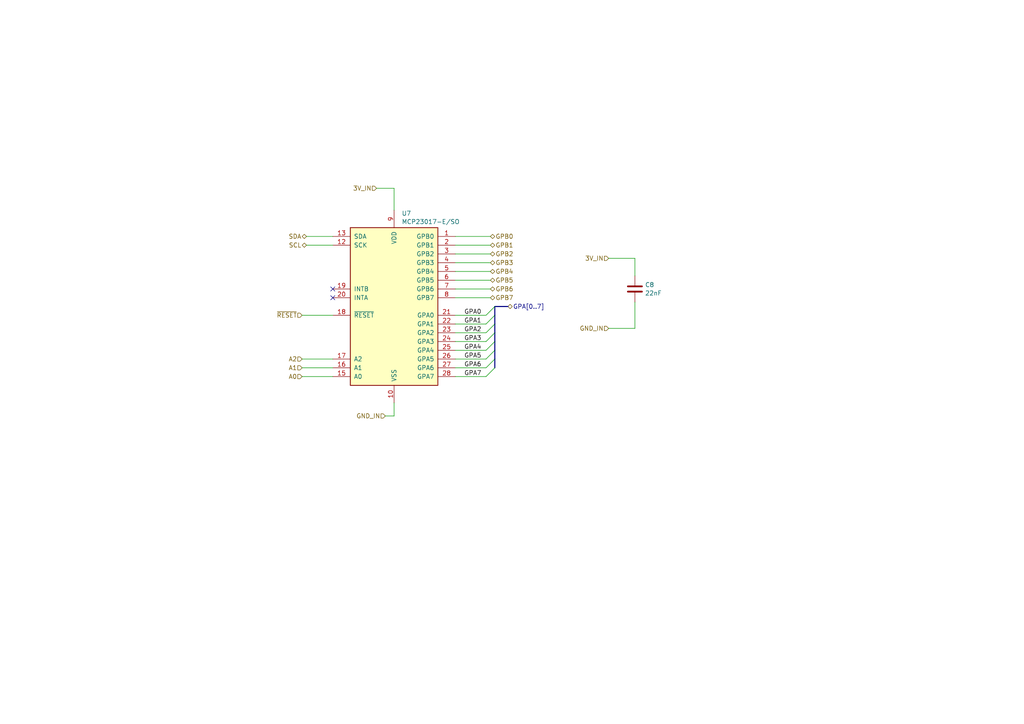
<source format=kicad_sch>
(kicad_sch (version 20231120) (generator "eeschema") (generator_version "8.0")
  (paper "A4")
  (title_block (title "Kinetoscope Port Expander connected to buses"))
  (lib_symbols
    (symbol "Device:C" (pin_numbers hide) (pin_names (offset 0.254))
      (property "Reference" "C" (at 0.635 2.54 0))
      (property "Value" "C" (at 0.635 -2.54 0))
      (symbol "C_0_1"
        (polyline (pts (xy -2.032 -0.762) (xy 2.032 -0.762)) (stroke (width 0.508)))
        (polyline (pts (xy -2.032 0.762) (xy 2.032 0.762)) (stroke (width 0.508)))
      )
      (symbol "C_1_1"
        (pin passive line (at 0 3.81 270) (length 2.794) (name "~") (number "1"))
        (pin passive line (at 0 -3.81 90) (length 2.794) (name "~") (number "2"))
      )
    )
    (symbol "Interface_Expansion:MCP23017_SO" (pin_names (offset 1.016))
      (property "Reference" "U" (at -11.43 24.13 0))
      (property "Value" "MCP23017_SO" (at 0 0 0))
      (symbol "MCP23017_SO_0_1"
        (rectangle (start -12.7 22.86) (end 12.7 -22.86) (stroke (width 0.254)) (fill (type background)))
      )
      (symbol "MCP23017_SO_1_1"
        (pin bidirectional line (at 17.78 20.32 180) (length 5.08) (name "GPB0") (number "1"))
        (pin power_in line (at 0 -27.94 90) (length 5.08) (name "VSS") (number "10"))
        (pin no_connect line (at -12.7 15.24 0) (length 5.08) hide (name "NC") (number "11"))
        (pin input line (at -17.78 17.78 0) (length 5.08) (name "SCK") (number "12"))
        (pin bidirectional line (at -17.78 20.32 0) (length 5.08) (name "SDA") (number "13"))
        (pin no_connect line (at -12.7 12.7 0) (length 5.08) hide (name "NC") (number "14"))
        (pin input line (at -17.78 -20.32 0) (length 5.08) (name "A0") (number "15"))
        (pin input line (at -17.78 -17.78 0) (length 5.08) (name "A1") (number "16"))
        (pin input line (at -17.78 -15.24 0) (length 5.08) (name "A2") (number "17"))
        (pin input line (at -17.78 -2.54 0) (length 5.08) (name "~{RESET}") (number "18"))
        (pin tri_state line (at -17.78 5.08 0) (length 5.08) (name "INTB") (number "19"))
        (pin bidirectional line (at 17.78 17.78 180) (length 5.08) (name "GPB1") (number "2"))
        (pin tri_state line (at -17.78 2.54 0) (length 5.08) (name "INTA") (number "20"))
        (pin bidirectional line (at 17.78 -2.54 180) (length 5.08) (name "GPA0") (number "21"))
        (pin bidirectional line (at 17.78 -5.08 180) (length 5.08) (name "GPA1") (number "22"))
        (pin bidirectional line (at 17.78 -7.62 180) (length 5.08) (name "GPA2") (number "23"))
        (pin bidirectional line (at 17.78 -10.16 180) (length 5.08) (name "GPA3") (number "24"))
        (pin bidirectional line (at 17.78 -12.7 180) (length 5.08) (name "GPA4") (number "25"))
        (pin bidirectional line (at 17.78 -15.24 180) (length 5.08) (name "GPA5") (number "26"))
        (pin bidirectional line (at 17.78 -17.78 180) (length 5.08) (name "GPA6") (number "27"))
        (pin bidirectional line (at 17.78 -20.32 180) (length 5.08) (name "GPA7") (number "28"))
        (pin bidirectional line (at 17.78 15.24 180) (length 5.08) (name "GPB2") (number "3"))
        (pin bidirectional line (at 17.78 12.7 180) (length 5.08) (name "GPB3") (number "4"))
        (pin bidirectional line (at 17.78 10.16 180) (length 5.08) (name "GPB4") (number "5"))
        (pin bidirectional line (at 17.78 7.62 180) (length 5.08) (name "GPB5") (number "6"))
        (pin bidirectional line (at 17.78 5.08 180) (length 5.08) (name "GPB6") (number "7"))
        (pin bidirectional line (at 17.78 2.54 180) (length 5.08) (name "GPB7") (number "8"))
        (pin power_in line (at 0 27.94 270) (length 5.08) (name "VDD") (number "9"))
      )
    )
  )
  (no_connect (at 96.52 86.36))
  (no_connect (at 96.52 83.82))
  (bus_entry (at 143.51 96.52) (size -2.54 2.54))
  (bus_entry (at 143.51 99.06) (size -2.54 2.54))
  (bus_entry (at 143.51 91.44) (size -2.54 2.54))
  (bus_entry (at 143.51 106.68) (size -2.54 2.54))
  (bus_entry (at 143.51 101.6) (size -2.54 2.54))
  (bus_entry (at 143.51 93.98) (size -2.54 2.54))
  (bus_entry (at 143.51 104.14) (size -2.54 2.54))
  (bus_entry (at 143.51 88.9) (size -2.54 2.54))
  (wire (pts (xy 184.15 95.25) (xy 184.15 87.63)))
  (wire (pts (xy 132.08 109.22) (xy 140.97 109.22)))
  (wire (pts (xy 176.53 74.93) (xy 184.15 74.93)))
  (wire (pts (xy 132.08 91.44) (xy 140.97 91.44)))
  (wire (pts (xy 132.08 96.52) (xy 140.97 96.52)))
  (bus (pts (xy 143.51 99.06) (xy 143.51 101.6)))
  (bus (pts (xy 143.51 91.44) (xy 143.51 93.98)))
  (bus (pts (xy 143.51 88.9) (xy 143.51 91.44)))
  (wire (pts (xy 176.53 95.25) (xy 184.15 95.25)))
  (wire (pts (xy 132.08 101.6) (xy 140.97 101.6)))
  (bus (pts (xy 143.51 104.14) (xy 143.51 106.68)))
  (wire (pts (xy 87.63 109.22) (xy 96.52 109.22)))
  (wire (pts (xy 132.08 78.74) (xy 142.24 78.74)))
  (wire (pts (xy 132.08 83.82) (xy 142.24 83.82)))
  (wire (pts (xy 88.9 68.58) (xy 96.52 68.58)))
  (wire (pts (xy 114.3 120.65) (xy 111.76 120.65)))
  (wire (pts (xy 132.08 106.68) (xy 140.97 106.68)))
  (wire (pts (xy 132.08 73.66) (xy 142.24 73.66)))
  (bus (pts (xy 143.51 96.52) (xy 143.51 99.06)))
  (bus (pts (xy 147.32 88.9) (xy 143.51 88.9)))
  (wire (pts (xy 132.08 68.58) (xy 142.24 68.58)))
  (bus (pts (xy 143.51 93.98) (xy 143.51 96.52)))
  (wire (pts (xy 132.08 86.36) (xy 142.24 86.36)))
  (wire (pts (xy 109.22 54.61) (xy 114.3 54.61)))
  (wire (pts (xy 87.63 91.44) (xy 96.52 91.44)))
  (wire (pts (xy 87.63 106.68) (xy 96.52 106.68)))
  (wire (pts (xy 132.08 81.28) (xy 142.24 81.28)))
  (wire (pts (xy 132.08 93.98) (xy 140.97 93.98)))
  (wire (pts (xy 132.08 71.12) (xy 142.24 71.12)))
  (bus (pts (xy 143.51 101.6) (xy 143.51 104.14)))
  (wire (pts (xy 87.63 104.14) (xy 96.52 104.14)))
  (wire (pts (xy 184.15 74.93) (xy 184.15 80.01)))
  (wire (pts (xy 132.08 99.06) (xy 140.97 99.06)))
  (wire (pts (xy 88.9 71.12) (xy 96.52 71.12)))
  (wire (pts (xy 132.08 76.2) (xy 142.24 76.2)))
  (wire (pts (xy 114.3 54.61) (xy 114.3 60.96)))
  (wire (pts (xy 132.08 104.14) (xy 140.97 104.14)))
  (wire (pts (xy 114.3 116.84) (xy 114.3 120.65)))
  (label "GPA4" (at 134.62 101.6 0))
  (label "GPA7" (at 134.62 109.22 0))
  (label "GPA2" (at 134.62 96.52 0))
  (label "GPA3" (at 134.62 99.06 0))
  (label "GPA1" (at 134.62 93.98 0))
  (label "GPA6" (at 134.62 106.68 0))
  (label "GPA0" (at 134.62 91.44 0))
  (label "GPA5" (at 134.62 104.14 0))
  (hierarchical_label "GPB1" (shape bidirectional) (at 142.24 71.12 0))
  (hierarchical_label "A1" (shape input) (at 87.63 106.68 180))
  (hierarchical_label "GND_IN" (shape input) (at 111.76 120.65 180))
  (hierarchical_label "GPB7" (shape bidirectional) (at 142.24 86.36 0))
  (hierarchical_label "GPA[0..7]" (shape bidirectional) (at 147.32 88.9 0))
  (hierarchical_label "A0" (shape input) (at 87.63 109.22 180))
  (hierarchical_label "SDA" (shape bidirectional) (at 88.9 68.58 180))
  (hierarchical_label "GPB2" (shape bidirectional) (at 142.24 73.66 0))
  (hierarchical_label "3V_IN" (shape input) (at 109.22 54.61 180))
  (hierarchical_label "GPB5" (shape bidirectional) (at 142.24 81.28 0))
  (hierarchical_label "~{RESET}" (shape input) (at 87.63 91.44 180))
  (hierarchical_label "GPB4" (shape bidirectional) (at 142.24 78.74 0))
  (hierarchical_label "GPB0" (shape bidirectional) (at 142.24 68.58 0))
  (hierarchical_label "A2" (shape input) (at 87.63 104.14 180))
  (hierarchical_label "GND_IN" (shape input) (at 176.53 95.25 180))
  (hierarchical_label "SCL" (shape bidirectional) (at 88.9 71.12 180))
  (hierarchical_label "3V_IN" (shape input) (at 176.53 74.93 180))
  (hierarchical_label "GPB6" (shape bidirectional) (at 142.24 83.82 0))
  (hierarchical_label "GPB3" (shape bidirectional) (at 142.24 76.2 0))
  (symbol (lib_id "Interface_Expansion:MCP23017_SO") (at 114.3 88.9 0) (unit 1)
    (property "Reference" "U7" (at 116.4941 61.8955 0) (effects (justify left)))
    (property "Value" "MCP23017-E/SO" (at 116.4941 64.3198 0) (effects (justify left)))
    (property "Footprint" "Package_SO:SOIC-28W_7.5x17.9mm_P1.27mm" (effects (hide yes)))
    (property "Datasheet" "https://www.mouser.com/datasheet/2/268/MCP23017_Data_Sheet_DS20001952-2998473.pdf" (effects (hide yes)))
    (property "Description" "16-bit I/O expander, I2C, interrupts, w pull-ups, SOIC-28" (effects (hide yes)))
  )
  (symbol (lib_id "Device:C") (at 184.15 83.82 0) (unit 1)
    (property "Reference" "C8" (at 187.071 82.6078 0) (effects (justify left)))
    (property "Value" "22nF" (at 187.071 85.0321 0) (effects (justify left)))
    (property "Footprint" "Capacitor_SMD:C_0603_1608Metric" (effects (hide yes)))
    (property "Datasheet" "https://www.mouser.com/datasheet/2/447/KEM_C1002_X7R_SMD-3316098.pdf" (effects (hide yes)))
    (property "Description" "Unpolarized capacitor" (effects (hide yes)))
  )
)
</source>
